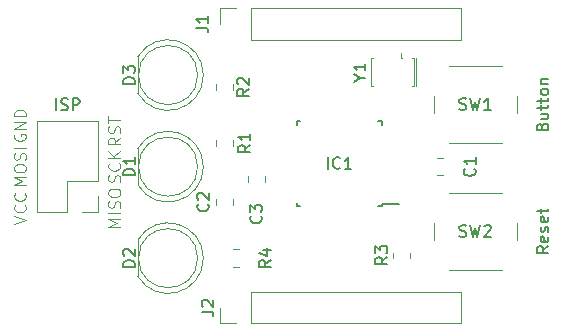
<source format=gbr>
%TF.GenerationSoftware,KiCad,Pcbnew,(6.0.9)*%
%TF.CreationDate,2024-02-06T02:56:22+01:00*%
%TF.ProjectId,HBW-1W-T10-Platine2,4842572d-3157-42d5-9431-302d506c6174,rev?*%
%TF.SameCoordinates,Original*%
%TF.FileFunction,Legend,Top*%
%TF.FilePolarity,Positive*%
%FSLAX46Y46*%
G04 Gerber Fmt 4.6, Leading zero omitted, Abs format (unit mm)*
G04 Created by KiCad (PCBNEW (6.0.9)) date 2024-02-06 02:56:22*
%MOMM*%
%LPD*%
G01*
G04 APERTURE LIST*
%ADD10C,0.100000*%
%ADD11C,0.150000*%
%ADD12C,0.120000*%
G04 APERTURE END LIST*
D10*
X122952380Y-70821428D02*
X121952380Y-70821428D01*
X122666666Y-70488095D01*
X121952380Y-70154761D01*
X122952380Y-70154761D01*
X121952380Y-69488095D02*
X121952380Y-69297619D01*
X122000000Y-69202380D01*
X122095238Y-69107142D01*
X122285714Y-69059523D01*
X122619047Y-69059523D01*
X122809523Y-69107142D01*
X122904761Y-69202380D01*
X122952380Y-69297619D01*
X122952380Y-69488095D01*
X122904761Y-69583333D01*
X122809523Y-69678571D01*
X122619047Y-69726190D01*
X122285714Y-69726190D01*
X122095238Y-69678571D01*
X122000000Y-69583333D01*
X121952380Y-69488095D01*
X122904761Y-68678571D02*
X122952380Y-68535714D01*
X122952380Y-68297619D01*
X122904761Y-68202380D01*
X122857142Y-68154761D01*
X122761904Y-68107142D01*
X122666666Y-68107142D01*
X122571428Y-68154761D01*
X122523809Y-68202380D01*
X122476190Y-68297619D01*
X122428571Y-68488095D01*
X122380952Y-68583333D01*
X122333333Y-68630952D01*
X122238095Y-68678571D01*
X122142857Y-68678571D01*
X122047619Y-68630952D01*
X122000000Y-68583333D01*
X121952380Y-68488095D01*
X121952380Y-68250000D01*
X122000000Y-68107142D01*
X122952380Y-67678571D02*
X121952380Y-67678571D01*
X130904761Y-70535714D02*
X130952380Y-70392857D01*
X130952380Y-70154761D01*
X130904761Y-70059523D01*
X130857142Y-70011904D01*
X130761904Y-69964285D01*
X130666666Y-69964285D01*
X130571428Y-70011904D01*
X130523809Y-70059523D01*
X130476190Y-70154761D01*
X130428571Y-70345238D01*
X130380952Y-70440476D01*
X130333333Y-70488095D01*
X130238095Y-70535714D01*
X130142857Y-70535714D01*
X130047619Y-70488095D01*
X130000000Y-70440476D01*
X129952380Y-70345238D01*
X129952380Y-70107142D01*
X130000000Y-69964285D01*
X130857142Y-68964285D02*
X130904761Y-69011904D01*
X130952380Y-69154761D01*
X130952380Y-69250000D01*
X130904761Y-69392857D01*
X130809523Y-69488095D01*
X130714285Y-69535714D01*
X130523809Y-69583333D01*
X130380952Y-69583333D01*
X130190476Y-69535714D01*
X130095238Y-69488095D01*
X130000000Y-69392857D01*
X129952380Y-69250000D01*
X129952380Y-69154761D01*
X130000000Y-69011904D01*
X130047619Y-68964285D01*
X130952380Y-68535714D02*
X129952380Y-68535714D01*
X130952380Y-67964285D02*
X130380952Y-68392857D01*
X129952380Y-67964285D02*
X130523809Y-68535714D01*
X130952380Y-66797619D02*
X130476190Y-67130952D01*
X130952380Y-67369047D02*
X129952380Y-67369047D01*
X129952380Y-66988095D01*
X130000000Y-66892857D01*
X130047619Y-66845238D01*
X130142857Y-66797619D01*
X130285714Y-66797619D01*
X130380952Y-66845238D01*
X130428571Y-66892857D01*
X130476190Y-66988095D01*
X130476190Y-67369047D01*
X130904761Y-66416666D02*
X130952380Y-66273809D01*
X130952380Y-66035714D01*
X130904761Y-65940476D01*
X130857142Y-65892857D01*
X130761904Y-65845238D01*
X130666666Y-65845238D01*
X130571428Y-65892857D01*
X130523809Y-65940476D01*
X130476190Y-66035714D01*
X130428571Y-66226190D01*
X130380952Y-66321428D01*
X130333333Y-66369047D01*
X130238095Y-66416666D01*
X130142857Y-66416666D01*
X130047619Y-66369047D01*
X130000000Y-66321428D01*
X129952380Y-66226190D01*
X129952380Y-65988095D01*
X130000000Y-65845238D01*
X129952380Y-65559523D02*
X129952380Y-64988095D01*
X130952380Y-65273809D02*
X129952380Y-65273809D01*
X130952380Y-74321428D02*
X129952380Y-74321428D01*
X130666666Y-73988095D01*
X129952380Y-73654761D01*
X130952380Y-73654761D01*
X130952380Y-73178571D02*
X129952380Y-73178571D01*
X130904761Y-72750000D02*
X130952380Y-72607142D01*
X130952380Y-72369047D01*
X130904761Y-72273809D01*
X130857142Y-72226190D01*
X130761904Y-72178571D01*
X130666666Y-72178571D01*
X130571428Y-72226190D01*
X130523809Y-72273809D01*
X130476190Y-72369047D01*
X130428571Y-72559523D01*
X130380952Y-72654761D01*
X130333333Y-72702380D01*
X130238095Y-72750000D01*
X130142857Y-72750000D01*
X130047619Y-72702380D01*
X130000000Y-72654761D01*
X129952380Y-72559523D01*
X129952380Y-72321428D01*
X130000000Y-72178571D01*
X129952380Y-71559523D02*
X129952380Y-71369047D01*
X130000000Y-71273809D01*
X130095238Y-71178571D01*
X130285714Y-71130952D01*
X130619047Y-71130952D01*
X130809523Y-71178571D01*
X130904761Y-71273809D01*
X130952380Y-71369047D01*
X130952380Y-71559523D01*
X130904761Y-71654761D01*
X130809523Y-71750000D01*
X130619047Y-71797619D01*
X130285714Y-71797619D01*
X130095238Y-71750000D01*
X130000000Y-71654761D01*
X129952380Y-71559523D01*
X121952380Y-74083333D02*
X122952380Y-73750000D01*
X121952380Y-73416666D01*
X122857142Y-72511904D02*
X122904761Y-72559523D01*
X122952380Y-72702380D01*
X122952380Y-72797619D01*
X122904761Y-72940476D01*
X122809523Y-73035714D01*
X122714285Y-73083333D01*
X122523809Y-73130952D01*
X122380952Y-73130952D01*
X122190476Y-73083333D01*
X122095238Y-73035714D01*
X122000000Y-72940476D01*
X121952380Y-72797619D01*
X121952380Y-72702380D01*
X122000000Y-72559523D01*
X122047619Y-72511904D01*
X122857142Y-71511904D02*
X122904761Y-71559523D01*
X122952380Y-71702380D01*
X122952380Y-71797619D01*
X122904761Y-71940476D01*
X122809523Y-72035714D01*
X122714285Y-72083333D01*
X122523809Y-72130952D01*
X122380952Y-72130952D01*
X122190476Y-72083333D01*
X122095238Y-72035714D01*
X122000000Y-71940476D01*
X121952380Y-71797619D01*
X121952380Y-71702380D01*
X122000000Y-71559523D01*
X122047619Y-71511904D01*
X122000000Y-66511904D02*
X121952380Y-66607142D01*
X121952380Y-66750000D01*
X122000000Y-66892857D01*
X122095238Y-66988095D01*
X122190476Y-67035714D01*
X122380952Y-67083333D01*
X122523809Y-67083333D01*
X122714285Y-67035714D01*
X122809523Y-66988095D01*
X122904761Y-66892857D01*
X122952380Y-66750000D01*
X122952380Y-66654761D01*
X122904761Y-66511904D01*
X122857142Y-66464285D01*
X122523809Y-66464285D01*
X122523809Y-66654761D01*
X122952380Y-66035714D02*
X121952380Y-66035714D01*
X122952380Y-65464285D01*
X121952380Y-65464285D01*
X122952380Y-64988095D02*
X121952380Y-64988095D01*
X121952380Y-64750000D01*
X122000000Y-64607142D01*
X122095238Y-64511904D01*
X122190476Y-64464285D01*
X122380952Y-64416666D01*
X122523809Y-64416666D01*
X122714285Y-64464285D01*
X122809523Y-64511904D01*
X122904761Y-64607142D01*
X122952380Y-64750000D01*
X122952380Y-64988095D01*
D11*
%TO.C,R1*%
X141952380Y-67416666D02*
X141476190Y-67750000D01*
X141952380Y-67988095D02*
X140952380Y-67988095D01*
X140952380Y-67607142D01*
X141000000Y-67511904D01*
X141047619Y-67464285D01*
X141142857Y-67416666D01*
X141285714Y-67416666D01*
X141380952Y-67464285D01*
X141428571Y-67511904D01*
X141476190Y-67607142D01*
X141476190Y-67988095D01*
X141952380Y-66464285D02*
X141952380Y-67035714D01*
X141952380Y-66750000D02*
X140952380Y-66750000D01*
X141095238Y-66845238D01*
X141190476Y-66940476D01*
X141238095Y-67035714D01*
%TO.C,D3*%
X132202380Y-62238095D02*
X131202380Y-62238095D01*
X131202380Y-62000000D01*
X131250000Y-61857142D01*
X131345238Y-61761904D01*
X131440476Y-61714285D01*
X131630952Y-61666666D01*
X131773809Y-61666666D01*
X131964285Y-61714285D01*
X132059523Y-61761904D01*
X132154761Y-61857142D01*
X132202380Y-62000000D01*
X132202380Y-62238095D01*
X131202380Y-61333333D02*
X131202380Y-60714285D01*
X131583333Y-61047619D01*
X131583333Y-60904761D01*
X131630952Y-60809523D01*
X131678571Y-60761904D01*
X131773809Y-60714285D01*
X132011904Y-60714285D01*
X132107142Y-60761904D01*
X132154761Y-60809523D01*
X132202380Y-60904761D01*
X132202380Y-61190476D01*
X132154761Y-61285714D01*
X132107142Y-61333333D01*
%TO.C,R4*%
X143702380Y-77166666D02*
X143226190Y-77500000D01*
X143702380Y-77738095D02*
X142702380Y-77738095D01*
X142702380Y-77357142D01*
X142750000Y-77261904D01*
X142797619Y-77214285D01*
X142892857Y-77166666D01*
X143035714Y-77166666D01*
X143130952Y-77214285D01*
X143178571Y-77261904D01*
X143226190Y-77357142D01*
X143226190Y-77738095D01*
X143035714Y-76309523D02*
X143702380Y-76309523D01*
X142654761Y-76547619D02*
X143369047Y-76785714D01*
X143369047Y-76166666D01*
%TO.C,D2*%
X132202380Y-77738095D02*
X131202380Y-77738095D01*
X131202380Y-77500000D01*
X131250000Y-77357142D01*
X131345238Y-77261904D01*
X131440476Y-77214285D01*
X131630952Y-77166666D01*
X131773809Y-77166666D01*
X131964285Y-77214285D01*
X132059523Y-77261904D01*
X132154761Y-77357142D01*
X132202380Y-77500000D01*
X132202380Y-77738095D01*
X131297619Y-76785714D02*
X131250000Y-76738095D01*
X131202380Y-76642857D01*
X131202380Y-76404761D01*
X131250000Y-76309523D01*
X131297619Y-76261904D01*
X131392857Y-76214285D01*
X131488095Y-76214285D01*
X131630952Y-76261904D01*
X132202380Y-76833333D01*
X132202380Y-76214285D01*
%TO.C,Y1*%
X151226190Y-61726190D02*
X151702380Y-61726190D01*
X150702380Y-62059523D02*
X151226190Y-61726190D01*
X150702380Y-61392857D01*
X151702380Y-60535714D02*
X151702380Y-61107142D01*
X151702380Y-60821428D02*
X150702380Y-60821428D01*
X150845238Y-60916666D01*
X150940476Y-61011904D01*
X150988095Y-61107142D01*
%TO.C,SW2*%
X159666666Y-75154761D02*
X159809523Y-75202380D01*
X160047619Y-75202380D01*
X160142857Y-75154761D01*
X160190476Y-75107142D01*
X160238095Y-75011904D01*
X160238095Y-74916666D01*
X160190476Y-74821428D01*
X160142857Y-74773809D01*
X160047619Y-74726190D01*
X159857142Y-74678571D01*
X159761904Y-74630952D01*
X159714285Y-74583333D01*
X159666666Y-74488095D01*
X159666666Y-74392857D01*
X159714285Y-74297619D01*
X159761904Y-74250000D01*
X159857142Y-74202380D01*
X160095238Y-74202380D01*
X160238095Y-74250000D01*
X160571428Y-74202380D02*
X160809523Y-75202380D01*
X161000000Y-74488095D01*
X161190476Y-75202380D01*
X161428571Y-74202380D01*
X161761904Y-74297619D02*
X161809523Y-74250000D01*
X161904761Y-74202380D01*
X162142857Y-74202380D01*
X162238095Y-74250000D01*
X162285714Y-74297619D01*
X162333333Y-74392857D01*
X162333333Y-74488095D01*
X162285714Y-74630952D01*
X161714285Y-75202380D01*
X162333333Y-75202380D01*
X167202380Y-75988095D02*
X166726190Y-76321428D01*
X167202380Y-76559523D02*
X166202380Y-76559523D01*
X166202380Y-76178571D01*
X166250000Y-76083333D01*
X166297619Y-76035714D01*
X166392857Y-75988095D01*
X166535714Y-75988095D01*
X166630952Y-76035714D01*
X166678571Y-76083333D01*
X166726190Y-76178571D01*
X166726190Y-76559523D01*
X167154761Y-75178571D02*
X167202380Y-75273809D01*
X167202380Y-75464285D01*
X167154761Y-75559523D01*
X167059523Y-75607142D01*
X166678571Y-75607142D01*
X166583333Y-75559523D01*
X166535714Y-75464285D01*
X166535714Y-75273809D01*
X166583333Y-75178571D01*
X166678571Y-75130952D01*
X166773809Y-75130952D01*
X166869047Y-75607142D01*
X167154761Y-74750000D02*
X167202380Y-74654761D01*
X167202380Y-74464285D01*
X167154761Y-74369047D01*
X167059523Y-74321428D01*
X167011904Y-74321428D01*
X166916666Y-74369047D01*
X166869047Y-74464285D01*
X166869047Y-74607142D01*
X166821428Y-74702380D01*
X166726190Y-74750000D01*
X166678571Y-74750000D01*
X166583333Y-74702380D01*
X166535714Y-74607142D01*
X166535714Y-74464285D01*
X166583333Y-74369047D01*
X167154761Y-73511904D02*
X167202380Y-73607142D01*
X167202380Y-73797619D01*
X167154761Y-73892857D01*
X167059523Y-73940476D01*
X166678571Y-73940476D01*
X166583333Y-73892857D01*
X166535714Y-73797619D01*
X166535714Y-73607142D01*
X166583333Y-73511904D01*
X166678571Y-73464285D01*
X166773809Y-73464285D01*
X166869047Y-73940476D01*
X166535714Y-73178571D02*
X166535714Y-72797619D01*
X166202380Y-73035714D02*
X167059523Y-73035714D01*
X167154761Y-72988095D01*
X167202380Y-72892857D01*
X167202380Y-72797619D01*
%TO.C,J2*%
X137840180Y-81524933D02*
X138554466Y-81524933D01*
X138697323Y-81572552D01*
X138792561Y-81667790D01*
X138840180Y-81810647D01*
X138840180Y-81905885D01*
X137935419Y-81096361D02*
X137887800Y-81048742D01*
X137840180Y-80953504D01*
X137840180Y-80715409D01*
X137887800Y-80620171D01*
X137935419Y-80572552D01*
X138030657Y-80524933D01*
X138125895Y-80524933D01*
X138268752Y-80572552D01*
X138840180Y-81143980D01*
X138840180Y-80524933D01*
%TO.C,C1*%
X160932142Y-69416666D02*
X160979761Y-69464285D01*
X161027380Y-69607142D01*
X161027380Y-69702380D01*
X160979761Y-69845238D01*
X160884523Y-69940476D01*
X160789285Y-69988095D01*
X160598809Y-70035714D01*
X160455952Y-70035714D01*
X160265476Y-69988095D01*
X160170238Y-69940476D01*
X160075000Y-69845238D01*
X160027380Y-69702380D01*
X160027380Y-69607142D01*
X160075000Y-69464285D01*
X160122619Y-69416666D01*
X161027380Y-68464285D02*
X161027380Y-69035714D01*
X161027380Y-68750000D02*
X160027380Y-68750000D01*
X160170238Y-68845238D01*
X160265476Y-68940476D01*
X160313095Y-69035714D01*
%TO.C,SW1*%
X159666666Y-64404761D02*
X159809523Y-64452380D01*
X160047619Y-64452380D01*
X160142857Y-64404761D01*
X160190476Y-64357142D01*
X160238095Y-64261904D01*
X160238095Y-64166666D01*
X160190476Y-64071428D01*
X160142857Y-64023809D01*
X160047619Y-63976190D01*
X159857142Y-63928571D01*
X159761904Y-63880952D01*
X159714285Y-63833333D01*
X159666666Y-63738095D01*
X159666666Y-63642857D01*
X159714285Y-63547619D01*
X159761904Y-63500000D01*
X159857142Y-63452380D01*
X160095238Y-63452380D01*
X160238095Y-63500000D01*
X160571428Y-63452380D02*
X160809523Y-64452380D01*
X161000000Y-63738095D01*
X161190476Y-64452380D01*
X161428571Y-63452380D01*
X162333333Y-64452380D02*
X161761904Y-64452380D01*
X162047619Y-64452380D02*
X162047619Y-63452380D01*
X161952380Y-63595238D01*
X161857142Y-63690476D01*
X161761904Y-63738095D01*
X166678571Y-65857142D02*
X166726190Y-65714285D01*
X166773809Y-65666666D01*
X166869047Y-65619047D01*
X167011904Y-65619047D01*
X167107142Y-65666666D01*
X167154761Y-65714285D01*
X167202380Y-65809523D01*
X167202380Y-66190476D01*
X166202380Y-66190476D01*
X166202380Y-65857142D01*
X166250000Y-65761904D01*
X166297619Y-65714285D01*
X166392857Y-65666666D01*
X166488095Y-65666666D01*
X166583333Y-65714285D01*
X166630952Y-65761904D01*
X166678571Y-65857142D01*
X166678571Y-66190476D01*
X166535714Y-64761904D02*
X167202380Y-64761904D01*
X166535714Y-65190476D02*
X167059523Y-65190476D01*
X167154761Y-65142857D01*
X167202380Y-65047619D01*
X167202380Y-64904761D01*
X167154761Y-64809523D01*
X167107142Y-64761904D01*
X166535714Y-64428571D02*
X166535714Y-64047619D01*
X166202380Y-64285714D02*
X167059523Y-64285714D01*
X167154761Y-64238095D01*
X167202380Y-64142857D01*
X167202380Y-64047619D01*
X166535714Y-63857142D02*
X166535714Y-63476190D01*
X166202380Y-63714285D02*
X167059523Y-63714285D01*
X167154761Y-63666666D01*
X167202380Y-63571428D01*
X167202380Y-63476190D01*
X167202380Y-63000000D02*
X167154761Y-63095238D01*
X167107142Y-63142857D01*
X167011904Y-63190476D01*
X166726190Y-63190476D01*
X166630952Y-63142857D01*
X166583333Y-63095238D01*
X166535714Y-63000000D01*
X166535714Y-62857142D01*
X166583333Y-62761904D01*
X166630952Y-62714285D01*
X166726190Y-62666666D01*
X167011904Y-62666666D01*
X167107142Y-62714285D01*
X167154761Y-62761904D01*
X167202380Y-62857142D01*
X167202380Y-63000000D01*
X166535714Y-62238095D02*
X167202380Y-62238095D01*
X166630952Y-62238095D02*
X166583333Y-62190476D01*
X166535714Y-62095238D01*
X166535714Y-61952380D01*
X166583333Y-61857142D01*
X166678571Y-61809523D01*
X167202380Y-61809523D01*
%TO.C,C3*%
X142857142Y-73416666D02*
X142904761Y-73464285D01*
X142952380Y-73607142D01*
X142952380Y-73702380D01*
X142904761Y-73845238D01*
X142809523Y-73940476D01*
X142714285Y-73988095D01*
X142523809Y-74035714D01*
X142380952Y-74035714D01*
X142190476Y-73988095D01*
X142095238Y-73940476D01*
X142000000Y-73845238D01*
X141952380Y-73702380D01*
X141952380Y-73607142D01*
X142000000Y-73464285D01*
X142047619Y-73416666D01*
X141952380Y-73083333D02*
X141952380Y-72464285D01*
X142333333Y-72797619D01*
X142333333Y-72654761D01*
X142380952Y-72559523D01*
X142428571Y-72511904D01*
X142523809Y-72464285D01*
X142761904Y-72464285D01*
X142857142Y-72511904D01*
X142904761Y-72559523D01*
X142952380Y-72654761D01*
X142952380Y-72940476D01*
X142904761Y-73035714D01*
X142857142Y-73083333D01*
%TO.C,C2*%
X138357142Y-72416666D02*
X138404761Y-72464285D01*
X138452380Y-72607142D01*
X138452380Y-72702380D01*
X138404761Y-72845238D01*
X138309523Y-72940476D01*
X138214285Y-72988095D01*
X138023809Y-73035714D01*
X137880952Y-73035714D01*
X137690476Y-72988095D01*
X137595238Y-72940476D01*
X137500000Y-72845238D01*
X137452380Y-72702380D01*
X137452380Y-72607142D01*
X137500000Y-72464285D01*
X137547619Y-72416666D01*
X137547619Y-72035714D02*
X137500000Y-71988095D01*
X137452380Y-71892857D01*
X137452380Y-71654761D01*
X137500000Y-71559523D01*
X137547619Y-71511904D01*
X137642857Y-71464285D01*
X137738095Y-71464285D01*
X137880952Y-71511904D01*
X138452380Y-72083333D01*
X138452380Y-71464285D01*
%TO.C,J1*%
X137400180Y-57499933D02*
X138114466Y-57499933D01*
X138257323Y-57547552D01*
X138352561Y-57642790D01*
X138400180Y-57785647D01*
X138400180Y-57880885D01*
X138400180Y-56499933D02*
X138400180Y-57071361D01*
X138400180Y-56785647D02*
X137400180Y-56785647D01*
X137543038Y-56880885D01*
X137638276Y-56976123D01*
X137685895Y-57071361D01*
%TO.C,D1*%
X132202380Y-69988095D02*
X131202380Y-69988095D01*
X131202380Y-69750000D01*
X131250000Y-69607142D01*
X131345238Y-69511904D01*
X131440476Y-69464285D01*
X131630952Y-69416666D01*
X131773809Y-69416666D01*
X131964285Y-69464285D01*
X132059523Y-69511904D01*
X132154761Y-69607142D01*
X132202380Y-69750000D01*
X132202380Y-69988095D01*
X132202380Y-68464285D02*
X132202380Y-69035714D01*
X132202380Y-68750000D02*
X131202380Y-68750000D01*
X131345238Y-68845238D01*
X131440476Y-68940476D01*
X131488095Y-69035714D01*
%TO.C,J3*%
X125503809Y-64477380D02*
X125503809Y-63477380D01*
X125932380Y-64429761D02*
X126075238Y-64477380D01*
X126313333Y-64477380D01*
X126408571Y-64429761D01*
X126456190Y-64382142D01*
X126503809Y-64286904D01*
X126503809Y-64191666D01*
X126456190Y-64096428D01*
X126408571Y-64048809D01*
X126313333Y-64001190D01*
X126122857Y-63953571D01*
X126027619Y-63905952D01*
X125980000Y-63858333D01*
X125932380Y-63763095D01*
X125932380Y-63667857D01*
X125980000Y-63572619D01*
X126027619Y-63525000D01*
X126122857Y-63477380D01*
X126360952Y-63477380D01*
X126503809Y-63525000D01*
X126932380Y-64477380D02*
X126932380Y-63477380D01*
X127313333Y-63477380D01*
X127408571Y-63525000D01*
X127456190Y-63572619D01*
X127503809Y-63667857D01*
X127503809Y-63810714D01*
X127456190Y-63905952D01*
X127408571Y-63953571D01*
X127313333Y-64001190D01*
X126932380Y-64001190D01*
%TO.C,R2*%
X141852380Y-62666666D02*
X141376190Y-63000000D01*
X141852380Y-63238095D02*
X140852380Y-63238095D01*
X140852380Y-62857142D01*
X140900000Y-62761904D01*
X140947619Y-62714285D01*
X141042857Y-62666666D01*
X141185714Y-62666666D01*
X141280952Y-62714285D01*
X141328571Y-62761904D01*
X141376190Y-62857142D01*
X141376190Y-63238095D01*
X140947619Y-62285714D02*
X140900000Y-62238095D01*
X140852380Y-62142857D01*
X140852380Y-61904761D01*
X140900000Y-61809523D01*
X140947619Y-61761904D01*
X141042857Y-61714285D01*
X141138095Y-61714285D01*
X141280952Y-61761904D01*
X141852380Y-62333333D01*
X141852380Y-61714285D01*
%TO.C,R3*%
X153552380Y-76916666D02*
X153076190Y-77250000D01*
X153552380Y-77488095D02*
X152552380Y-77488095D01*
X152552380Y-77107142D01*
X152600000Y-77011904D01*
X152647619Y-76964285D01*
X152742857Y-76916666D01*
X152885714Y-76916666D01*
X152980952Y-76964285D01*
X153028571Y-77011904D01*
X153076190Y-77107142D01*
X153076190Y-77488095D01*
X152552380Y-76583333D02*
X152552380Y-75964285D01*
X152933333Y-76297619D01*
X152933333Y-76154761D01*
X152980952Y-76059523D01*
X153028571Y-76011904D01*
X153123809Y-75964285D01*
X153361904Y-75964285D01*
X153457142Y-76011904D01*
X153504761Y-76059523D01*
X153552380Y-76154761D01*
X153552380Y-76440476D01*
X153504761Y-76535714D01*
X153457142Y-76583333D01*
%TO.C,IC1*%
X148523809Y-69452380D02*
X148523809Y-68452380D01*
X149571428Y-69357142D02*
X149523809Y-69404761D01*
X149380952Y-69452380D01*
X149285714Y-69452380D01*
X149142857Y-69404761D01*
X149047619Y-69309523D01*
X149000000Y-69214285D01*
X148952380Y-69023809D01*
X148952380Y-68880952D01*
X149000000Y-68690476D01*
X149047619Y-68595238D01*
X149142857Y-68500000D01*
X149285714Y-68452380D01*
X149380952Y-68452380D01*
X149523809Y-68500000D01*
X149571428Y-68547619D01*
X150523809Y-69452380D02*
X149952380Y-69452380D01*
X150238095Y-69452380D02*
X150238095Y-68452380D01*
X150142857Y-68595238D01*
X150047619Y-68690476D01*
X149952380Y-68738095D01*
D12*
%TO.C,R1*%
X139015000Y-67477064D02*
X139015000Y-67022936D01*
X140485000Y-67477064D02*
X140485000Y-67022936D01*
%TO.C,D3*%
X132435000Y-59955000D02*
X132435000Y-63045000D01*
X137985000Y-61500462D02*
G75*
G03*
X132435000Y-59955170I-2990000J462D01*
G01*
X132435000Y-63044830D02*
G75*
G03*
X137985000Y-61499538I2560000J1544830D01*
G01*
X137495000Y-61500000D02*
G75*
G03*
X137495000Y-61500000I-2500000J0D01*
G01*
%TO.C,R4*%
X140977064Y-77735000D02*
X140522936Y-77735000D01*
X140977064Y-76265000D02*
X140522936Y-76265000D01*
%TO.C,D2*%
X132435000Y-75455000D02*
X132435000Y-78545000D01*
X137985000Y-77000462D02*
G75*
G03*
X132435000Y-75455170I-2990000J462D01*
G01*
X132435000Y-78544830D02*
G75*
G03*
X137985000Y-76999538I2560000J1544830D01*
G01*
X137495000Y-77000000D02*
G75*
G03*
X137495000Y-77000000I-2500000J0D01*
G01*
%TO.C,Y1*%
X155800000Y-60450000D02*
X155800000Y-60050000D01*
X152200000Y-62450000D02*
X152350000Y-62450000D01*
X152200000Y-60050000D02*
X152350000Y-60050000D01*
X155800000Y-62450000D02*
X155650000Y-62450000D01*
X156000000Y-60450000D02*
X156000000Y-60050000D01*
X155800000Y-60450000D02*
X155800000Y-62450000D01*
X156000000Y-62450000D02*
X156000000Y-60450000D01*
X154750000Y-60050000D02*
X154750000Y-59650000D01*
X155800000Y-60050000D02*
X155650000Y-60050000D01*
X154750000Y-60050000D02*
X154800000Y-60050000D01*
X152200000Y-60450000D02*
X152200000Y-60050000D01*
X152200000Y-62450000D02*
X152200000Y-60450000D01*
%TO.C,SW2*%
X158750000Y-78000000D02*
X163250000Y-78000000D01*
X163250000Y-71500000D02*
X158750000Y-71500000D01*
X164500000Y-75500000D02*
X164500000Y-74000000D01*
X157500000Y-74000000D02*
X157500000Y-75500000D01*
%TO.C,J2*%
X141987800Y-79861600D02*
X159827800Y-79861600D01*
X139387800Y-82521600D02*
X139387800Y-81191600D01*
X141987800Y-82521600D02*
X141987800Y-79861600D01*
X140717800Y-82521600D02*
X139387800Y-82521600D01*
X159827800Y-82521600D02*
X159827800Y-79861600D01*
X141987800Y-82521600D02*
X159827800Y-82521600D01*
%TO.C,C1*%
X157776248Y-69985000D02*
X158298752Y-69985000D01*
X157776248Y-68515000D02*
X158298752Y-68515000D01*
%TO.C,SW1*%
X158750000Y-67250000D02*
X163250000Y-67250000D01*
X164500000Y-64750000D02*
X164500000Y-63250000D01*
X163250000Y-60750000D02*
X158750000Y-60750000D01*
X157500000Y-63250000D02*
X157500000Y-64750000D01*
%TO.C,C3*%
X141765000Y-70548752D02*
X141765000Y-70026248D01*
X143235000Y-70548752D02*
X143235000Y-70026248D01*
%TO.C,C2*%
X139015000Y-71988748D02*
X139015000Y-72511252D01*
X140485000Y-71988748D02*
X140485000Y-72511252D01*
%TO.C,J1*%
X139387800Y-57166600D02*
X139387800Y-55836600D01*
X141987800Y-58496600D02*
X141987800Y-55836600D01*
X141987800Y-55836600D02*
X159827800Y-55836600D01*
X141987800Y-58496600D02*
X159827800Y-58496600D01*
X139387800Y-55836600D02*
X140717800Y-55836600D01*
X159827800Y-58496600D02*
X159827800Y-55836600D01*
%TO.C,D1*%
X132435000Y-67705000D02*
X132435000Y-70795000D01*
X132435000Y-70794830D02*
G75*
G03*
X137985000Y-69249538I2560000J1544830D01*
G01*
X137985000Y-69250462D02*
G75*
G03*
X132435000Y-67705170I-2990000J462D01*
G01*
X137495000Y-69250000D02*
G75*
G03*
X137495000Y-69250000I-2500000J0D01*
G01*
%TO.C,J3*%
X123880000Y-73105000D02*
X123880000Y-65365000D01*
X126480000Y-70505000D02*
X126480000Y-73105000D01*
X129080000Y-70505000D02*
X129080000Y-65365000D01*
X129080000Y-65365000D02*
X123880000Y-65365000D01*
X126480000Y-73105000D02*
X123880000Y-73105000D01*
X129080000Y-71775000D02*
X129080000Y-73105000D01*
X129080000Y-73105000D02*
X127750000Y-73105000D01*
X129080000Y-70505000D02*
X126480000Y-70505000D01*
%TO.C,R2*%
X140485000Y-62272936D02*
X140485000Y-62727064D01*
X139015000Y-62272936D02*
X139015000Y-62727064D01*
%TO.C,R3*%
X154015000Y-76977064D02*
X154015000Y-76522936D01*
X155485000Y-76977064D02*
X155485000Y-76522936D01*
D11*
%TO.C,IC1*%
X145875000Y-65375000D02*
X146200000Y-65375000D01*
X153125000Y-65375000D02*
X153125000Y-65700000D01*
X145875000Y-72625000D02*
X146200000Y-72625000D01*
X153125000Y-72625000D02*
X152800000Y-72625000D01*
X145875000Y-72625000D02*
X145875000Y-72300000D01*
X153125000Y-72400000D02*
X154550000Y-72400000D01*
X153125000Y-65375000D02*
X152800000Y-65375000D01*
X145875000Y-65375000D02*
X145875000Y-65700000D01*
X153125000Y-72625000D02*
X153125000Y-72400000D01*
%TD*%
M02*

</source>
